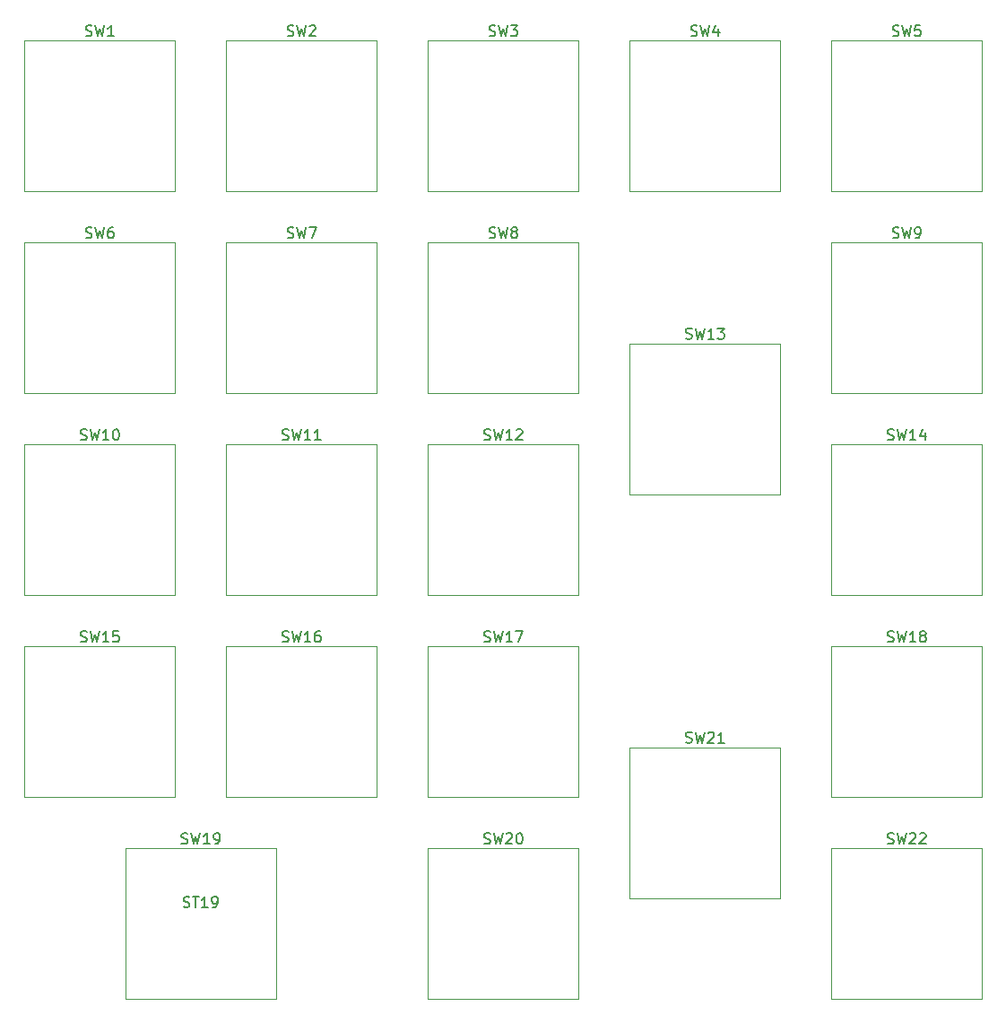
<source format=gbr>
%TF.GenerationSoftware,KiCad,Pcbnew,9.0.5*%
%TF.CreationDate,2025-11-02T15:08:23-08:00*%
%TF.ProjectId,MacroPad,4d616372-6f50-4616-942e-6b696361645f,rev?*%
%TF.SameCoordinates,Original*%
%TF.FileFunction,Legend,Top*%
%TF.FilePolarity,Positive*%
%FSLAX46Y46*%
G04 Gerber Fmt 4.6, Leading zero omitted, Abs format (unit mm)*
G04 Created by KiCad (PCBNEW 9.0.5) date 2025-11-02 15:08:23*
%MOMM*%
%LPD*%
G01*
G04 APERTURE LIST*
%ADD10C,0.150000*%
%ADD11C,0.120000*%
G04 APERTURE END LIST*
D10*
X76585476Y-130807200D02*
X76728333Y-130854819D01*
X76728333Y-130854819D02*
X76966428Y-130854819D01*
X76966428Y-130854819D02*
X77061666Y-130807200D01*
X77061666Y-130807200D02*
X77109285Y-130759580D01*
X77109285Y-130759580D02*
X77156904Y-130664342D01*
X77156904Y-130664342D02*
X77156904Y-130569104D01*
X77156904Y-130569104D02*
X77109285Y-130473866D01*
X77109285Y-130473866D02*
X77061666Y-130426247D01*
X77061666Y-130426247D02*
X76966428Y-130378628D01*
X76966428Y-130378628D02*
X76775952Y-130331009D01*
X76775952Y-130331009D02*
X76680714Y-130283390D01*
X76680714Y-130283390D02*
X76633095Y-130235771D01*
X76633095Y-130235771D02*
X76585476Y-130140533D01*
X76585476Y-130140533D02*
X76585476Y-130045295D01*
X76585476Y-130045295D02*
X76633095Y-129950057D01*
X76633095Y-129950057D02*
X76680714Y-129902438D01*
X76680714Y-129902438D02*
X76775952Y-129854819D01*
X76775952Y-129854819D02*
X77014047Y-129854819D01*
X77014047Y-129854819D02*
X77156904Y-129902438D01*
X77490238Y-129854819D02*
X77728333Y-130854819D01*
X77728333Y-130854819D02*
X77918809Y-130140533D01*
X77918809Y-130140533D02*
X78109285Y-130854819D01*
X78109285Y-130854819D02*
X78347381Y-129854819D01*
X79252142Y-130854819D02*
X78680714Y-130854819D01*
X78966428Y-130854819D02*
X78966428Y-129854819D01*
X78966428Y-129854819D02*
X78871190Y-129997676D01*
X78871190Y-129997676D02*
X78775952Y-130092914D01*
X78775952Y-130092914D02*
X78680714Y-130140533D01*
X80109285Y-129854819D02*
X79918809Y-129854819D01*
X79918809Y-129854819D02*
X79823571Y-129902438D01*
X79823571Y-129902438D02*
X79775952Y-129950057D01*
X79775952Y-129950057D02*
X79680714Y-130092914D01*
X79680714Y-130092914D02*
X79633095Y-130283390D01*
X79633095Y-130283390D02*
X79633095Y-130664342D01*
X79633095Y-130664342D02*
X79680714Y-130759580D01*
X79680714Y-130759580D02*
X79728333Y-130807200D01*
X79728333Y-130807200D02*
X79823571Y-130854819D01*
X79823571Y-130854819D02*
X80014047Y-130854819D01*
X80014047Y-130854819D02*
X80109285Y-130807200D01*
X80109285Y-130807200D02*
X80156904Y-130759580D01*
X80156904Y-130759580D02*
X80204523Y-130664342D01*
X80204523Y-130664342D02*
X80204523Y-130426247D01*
X80204523Y-130426247D02*
X80156904Y-130331009D01*
X80156904Y-130331009D02*
X80109285Y-130283390D01*
X80109285Y-130283390D02*
X80014047Y-130235771D01*
X80014047Y-130235771D02*
X79823571Y-130235771D01*
X79823571Y-130235771D02*
X79728333Y-130283390D01*
X79728333Y-130283390D02*
X79680714Y-130331009D01*
X79680714Y-130331009D02*
X79633095Y-130426247D01*
X67250952Y-155857200D02*
X67393809Y-155904819D01*
X67393809Y-155904819D02*
X67631904Y-155904819D01*
X67631904Y-155904819D02*
X67727142Y-155857200D01*
X67727142Y-155857200D02*
X67774761Y-155809580D01*
X67774761Y-155809580D02*
X67822380Y-155714342D01*
X67822380Y-155714342D02*
X67822380Y-155619104D01*
X67822380Y-155619104D02*
X67774761Y-155523866D01*
X67774761Y-155523866D02*
X67727142Y-155476247D01*
X67727142Y-155476247D02*
X67631904Y-155428628D01*
X67631904Y-155428628D02*
X67441428Y-155381009D01*
X67441428Y-155381009D02*
X67346190Y-155333390D01*
X67346190Y-155333390D02*
X67298571Y-155285771D01*
X67298571Y-155285771D02*
X67250952Y-155190533D01*
X67250952Y-155190533D02*
X67250952Y-155095295D01*
X67250952Y-155095295D02*
X67298571Y-155000057D01*
X67298571Y-155000057D02*
X67346190Y-154952438D01*
X67346190Y-154952438D02*
X67441428Y-154904819D01*
X67441428Y-154904819D02*
X67679523Y-154904819D01*
X67679523Y-154904819D02*
X67822380Y-154952438D01*
X68108095Y-154904819D02*
X68679523Y-154904819D01*
X68393809Y-155904819D02*
X68393809Y-154904819D01*
X69536666Y-155904819D02*
X68965238Y-155904819D01*
X69250952Y-155904819D02*
X69250952Y-154904819D01*
X69250952Y-154904819D02*
X69155714Y-155047676D01*
X69155714Y-155047676D02*
X69060476Y-155142914D01*
X69060476Y-155142914D02*
X68965238Y-155190533D01*
X70012857Y-155904819D02*
X70203333Y-155904819D01*
X70203333Y-155904819D02*
X70298571Y-155857200D01*
X70298571Y-155857200D02*
X70346190Y-155809580D01*
X70346190Y-155809580D02*
X70441428Y-155666723D01*
X70441428Y-155666723D02*
X70489047Y-155476247D01*
X70489047Y-155476247D02*
X70489047Y-155095295D01*
X70489047Y-155095295D02*
X70441428Y-155000057D01*
X70441428Y-155000057D02*
X70393809Y-154952438D01*
X70393809Y-154952438D02*
X70298571Y-154904819D01*
X70298571Y-154904819D02*
X70108095Y-154904819D01*
X70108095Y-154904819D02*
X70012857Y-154952438D01*
X70012857Y-154952438D02*
X69965238Y-155000057D01*
X69965238Y-155000057D02*
X69917619Y-155095295D01*
X69917619Y-155095295D02*
X69917619Y-155333390D01*
X69917619Y-155333390D02*
X69965238Y-155428628D01*
X69965238Y-155428628D02*
X70012857Y-155476247D01*
X70012857Y-155476247D02*
X70108095Y-155523866D01*
X70108095Y-155523866D02*
X70298571Y-155523866D01*
X70298571Y-155523866D02*
X70393809Y-155476247D01*
X70393809Y-155476247D02*
X70441428Y-155428628D01*
X70441428Y-155428628D02*
X70489047Y-155333390D01*
X58011667Y-92707200D02*
X58154524Y-92754819D01*
X58154524Y-92754819D02*
X58392619Y-92754819D01*
X58392619Y-92754819D02*
X58487857Y-92707200D01*
X58487857Y-92707200D02*
X58535476Y-92659580D01*
X58535476Y-92659580D02*
X58583095Y-92564342D01*
X58583095Y-92564342D02*
X58583095Y-92469104D01*
X58583095Y-92469104D02*
X58535476Y-92373866D01*
X58535476Y-92373866D02*
X58487857Y-92326247D01*
X58487857Y-92326247D02*
X58392619Y-92278628D01*
X58392619Y-92278628D02*
X58202143Y-92231009D01*
X58202143Y-92231009D02*
X58106905Y-92183390D01*
X58106905Y-92183390D02*
X58059286Y-92135771D01*
X58059286Y-92135771D02*
X58011667Y-92040533D01*
X58011667Y-92040533D02*
X58011667Y-91945295D01*
X58011667Y-91945295D02*
X58059286Y-91850057D01*
X58059286Y-91850057D02*
X58106905Y-91802438D01*
X58106905Y-91802438D02*
X58202143Y-91754819D01*
X58202143Y-91754819D02*
X58440238Y-91754819D01*
X58440238Y-91754819D02*
X58583095Y-91802438D01*
X58916429Y-91754819D02*
X59154524Y-92754819D01*
X59154524Y-92754819D02*
X59345000Y-92040533D01*
X59345000Y-92040533D02*
X59535476Y-92754819D01*
X59535476Y-92754819D02*
X59773572Y-91754819D01*
X60583095Y-91754819D02*
X60392619Y-91754819D01*
X60392619Y-91754819D02*
X60297381Y-91802438D01*
X60297381Y-91802438D02*
X60249762Y-91850057D01*
X60249762Y-91850057D02*
X60154524Y-91992914D01*
X60154524Y-91992914D02*
X60106905Y-92183390D01*
X60106905Y-92183390D02*
X60106905Y-92564342D01*
X60106905Y-92564342D02*
X60154524Y-92659580D01*
X60154524Y-92659580D02*
X60202143Y-92707200D01*
X60202143Y-92707200D02*
X60297381Y-92754819D01*
X60297381Y-92754819D02*
X60487857Y-92754819D01*
X60487857Y-92754819D02*
X60583095Y-92707200D01*
X60583095Y-92707200D02*
X60630714Y-92659580D01*
X60630714Y-92659580D02*
X60678333Y-92564342D01*
X60678333Y-92564342D02*
X60678333Y-92326247D01*
X60678333Y-92326247D02*
X60630714Y-92231009D01*
X60630714Y-92231009D02*
X60583095Y-92183390D01*
X60583095Y-92183390D02*
X60487857Y-92135771D01*
X60487857Y-92135771D02*
X60297381Y-92135771D01*
X60297381Y-92135771D02*
X60202143Y-92183390D01*
X60202143Y-92183390D02*
X60154524Y-92231009D01*
X60154524Y-92231009D02*
X60106905Y-92326247D01*
X57535476Y-130807200D02*
X57678333Y-130854819D01*
X57678333Y-130854819D02*
X57916428Y-130854819D01*
X57916428Y-130854819D02*
X58011666Y-130807200D01*
X58011666Y-130807200D02*
X58059285Y-130759580D01*
X58059285Y-130759580D02*
X58106904Y-130664342D01*
X58106904Y-130664342D02*
X58106904Y-130569104D01*
X58106904Y-130569104D02*
X58059285Y-130473866D01*
X58059285Y-130473866D02*
X58011666Y-130426247D01*
X58011666Y-130426247D02*
X57916428Y-130378628D01*
X57916428Y-130378628D02*
X57725952Y-130331009D01*
X57725952Y-130331009D02*
X57630714Y-130283390D01*
X57630714Y-130283390D02*
X57583095Y-130235771D01*
X57583095Y-130235771D02*
X57535476Y-130140533D01*
X57535476Y-130140533D02*
X57535476Y-130045295D01*
X57535476Y-130045295D02*
X57583095Y-129950057D01*
X57583095Y-129950057D02*
X57630714Y-129902438D01*
X57630714Y-129902438D02*
X57725952Y-129854819D01*
X57725952Y-129854819D02*
X57964047Y-129854819D01*
X57964047Y-129854819D02*
X58106904Y-129902438D01*
X58440238Y-129854819D02*
X58678333Y-130854819D01*
X58678333Y-130854819D02*
X58868809Y-130140533D01*
X58868809Y-130140533D02*
X59059285Y-130854819D01*
X59059285Y-130854819D02*
X59297381Y-129854819D01*
X60202142Y-130854819D02*
X59630714Y-130854819D01*
X59916428Y-130854819D02*
X59916428Y-129854819D01*
X59916428Y-129854819D02*
X59821190Y-129997676D01*
X59821190Y-129997676D02*
X59725952Y-130092914D01*
X59725952Y-130092914D02*
X59630714Y-130140533D01*
X61106904Y-129854819D02*
X60630714Y-129854819D01*
X60630714Y-129854819D02*
X60583095Y-130331009D01*
X60583095Y-130331009D02*
X60630714Y-130283390D01*
X60630714Y-130283390D02*
X60725952Y-130235771D01*
X60725952Y-130235771D02*
X60964047Y-130235771D01*
X60964047Y-130235771D02*
X61059285Y-130283390D01*
X61059285Y-130283390D02*
X61106904Y-130331009D01*
X61106904Y-130331009D02*
X61154523Y-130426247D01*
X61154523Y-130426247D02*
X61154523Y-130664342D01*
X61154523Y-130664342D02*
X61106904Y-130759580D01*
X61106904Y-130759580D02*
X61059285Y-130807200D01*
X61059285Y-130807200D02*
X60964047Y-130854819D01*
X60964047Y-130854819D02*
X60725952Y-130854819D01*
X60725952Y-130854819D02*
X60630714Y-130807200D01*
X60630714Y-130807200D02*
X60583095Y-130759580D01*
X58011667Y-73657200D02*
X58154524Y-73704819D01*
X58154524Y-73704819D02*
X58392619Y-73704819D01*
X58392619Y-73704819D02*
X58487857Y-73657200D01*
X58487857Y-73657200D02*
X58535476Y-73609580D01*
X58535476Y-73609580D02*
X58583095Y-73514342D01*
X58583095Y-73514342D02*
X58583095Y-73419104D01*
X58583095Y-73419104D02*
X58535476Y-73323866D01*
X58535476Y-73323866D02*
X58487857Y-73276247D01*
X58487857Y-73276247D02*
X58392619Y-73228628D01*
X58392619Y-73228628D02*
X58202143Y-73181009D01*
X58202143Y-73181009D02*
X58106905Y-73133390D01*
X58106905Y-73133390D02*
X58059286Y-73085771D01*
X58059286Y-73085771D02*
X58011667Y-72990533D01*
X58011667Y-72990533D02*
X58011667Y-72895295D01*
X58011667Y-72895295D02*
X58059286Y-72800057D01*
X58059286Y-72800057D02*
X58106905Y-72752438D01*
X58106905Y-72752438D02*
X58202143Y-72704819D01*
X58202143Y-72704819D02*
X58440238Y-72704819D01*
X58440238Y-72704819D02*
X58583095Y-72752438D01*
X58916429Y-72704819D02*
X59154524Y-73704819D01*
X59154524Y-73704819D02*
X59345000Y-72990533D01*
X59345000Y-72990533D02*
X59535476Y-73704819D01*
X59535476Y-73704819D02*
X59773572Y-72704819D01*
X60678333Y-73704819D02*
X60106905Y-73704819D01*
X60392619Y-73704819D02*
X60392619Y-72704819D01*
X60392619Y-72704819D02*
X60297381Y-72847676D01*
X60297381Y-72847676D02*
X60202143Y-72942914D01*
X60202143Y-72942914D02*
X60106905Y-72990533D01*
X95635476Y-111757200D02*
X95778333Y-111804819D01*
X95778333Y-111804819D02*
X96016428Y-111804819D01*
X96016428Y-111804819D02*
X96111666Y-111757200D01*
X96111666Y-111757200D02*
X96159285Y-111709580D01*
X96159285Y-111709580D02*
X96206904Y-111614342D01*
X96206904Y-111614342D02*
X96206904Y-111519104D01*
X96206904Y-111519104D02*
X96159285Y-111423866D01*
X96159285Y-111423866D02*
X96111666Y-111376247D01*
X96111666Y-111376247D02*
X96016428Y-111328628D01*
X96016428Y-111328628D02*
X95825952Y-111281009D01*
X95825952Y-111281009D02*
X95730714Y-111233390D01*
X95730714Y-111233390D02*
X95683095Y-111185771D01*
X95683095Y-111185771D02*
X95635476Y-111090533D01*
X95635476Y-111090533D02*
X95635476Y-110995295D01*
X95635476Y-110995295D02*
X95683095Y-110900057D01*
X95683095Y-110900057D02*
X95730714Y-110852438D01*
X95730714Y-110852438D02*
X95825952Y-110804819D01*
X95825952Y-110804819D02*
X96064047Y-110804819D01*
X96064047Y-110804819D02*
X96206904Y-110852438D01*
X96540238Y-110804819D02*
X96778333Y-111804819D01*
X96778333Y-111804819D02*
X96968809Y-111090533D01*
X96968809Y-111090533D02*
X97159285Y-111804819D01*
X97159285Y-111804819D02*
X97397381Y-110804819D01*
X98302142Y-111804819D02*
X97730714Y-111804819D01*
X98016428Y-111804819D02*
X98016428Y-110804819D01*
X98016428Y-110804819D02*
X97921190Y-110947676D01*
X97921190Y-110947676D02*
X97825952Y-111042914D01*
X97825952Y-111042914D02*
X97730714Y-111090533D01*
X98683095Y-110900057D02*
X98730714Y-110852438D01*
X98730714Y-110852438D02*
X98825952Y-110804819D01*
X98825952Y-110804819D02*
X99064047Y-110804819D01*
X99064047Y-110804819D02*
X99159285Y-110852438D01*
X99159285Y-110852438D02*
X99206904Y-110900057D01*
X99206904Y-110900057D02*
X99254523Y-110995295D01*
X99254523Y-110995295D02*
X99254523Y-111090533D01*
X99254523Y-111090533D02*
X99206904Y-111233390D01*
X99206904Y-111233390D02*
X98635476Y-111804819D01*
X98635476Y-111804819D02*
X99254523Y-111804819D01*
X114685476Y-140332200D02*
X114828333Y-140379819D01*
X114828333Y-140379819D02*
X115066428Y-140379819D01*
X115066428Y-140379819D02*
X115161666Y-140332200D01*
X115161666Y-140332200D02*
X115209285Y-140284580D01*
X115209285Y-140284580D02*
X115256904Y-140189342D01*
X115256904Y-140189342D02*
X115256904Y-140094104D01*
X115256904Y-140094104D02*
X115209285Y-139998866D01*
X115209285Y-139998866D02*
X115161666Y-139951247D01*
X115161666Y-139951247D02*
X115066428Y-139903628D01*
X115066428Y-139903628D02*
X114875952Y-139856009D01*
X114875952Y-139856009D02*
X114780714Y-139808390D01*
X114780714Y-139808390D02*
X114733095Y-139760771D01*
X114733095Y-139760771D02*
X114685476Y-139665533D01*
X114685476Y-139665533D02*
X114685476Y-139570295D01*
X114685476Y-139570295D02*
X114733095Y-139475057D01*
X114733095Y-139475057D02*
X114780714Y-139427438D01*
X114780714Y-139427438D02*
X114875952Y-139379819D01*
X114875952Y-139379819D02*
X115114047Y-139379819D01*
X115114047Y-139379819D02*
X115256904Y-139427438D01*
X115590238Y-139379819D02*
X115828333Y-140379819D01*
X115828333Y-140379819D02*
X116018809Y-139665533D01*
X116018809Y-139665533D02*
X116209285Y-140379819D01*
X116209285Y-140379819D02*
X116447381Y-139379819D01*
X116780714Y-139475057D02*
X116828333Y-139427438D01*
X116828333Y-139427438D02*
X116923571Y-139379819D01*
X116923571Y-139379819D02*
X117161666Y-139379819D01*
X117161666Y-139379819D02*
X117256904Y-139427438D01*
X117256904Y-139427438D02*
X117304523Y-139475057D01*
X117304523Y-139475057D02*
X117352142Y-139570295D01*
X117352142Y-139570295D02*
X117352142Y-139665533D01*
X117352142Y-139665533D02*
X117304523Y-139808390D01*
X117304523Y-139808390D02*
X116733095Y-140379819D01*
X116733095Y-140379819D02*
X117352142Y-140379819D01*
X118304523Y-140379819D02*
X117733095Y-140379819D01*
X118018809Y-140379819D02*
X118018809Y-139379819D01*
X118018809Y-139379819D02*
X117923571Y-139522676D01*
X117923571Y-139522676D02*
X117828333Y-139617914D01*
X117828333Y-139617914D02*
X117733095Y-139665533D01*
X133735476Y-130807200D02*
X133878333Y-130854819D01*
X133878333Y-130854819D02*
X134116428Y-130854819D01*
X134116428Y-130854819D02*
X134211666Y-130807200D01*
X134211666Y-130807200D02*
X134259285Y-130759580D01*
X134259285Y-130759580D02*
X134306904Y-130664342D01*
X134306904Y-130664342D02*
X134306904Y-130569104D01*
X134306904Y-130569104D02*
X134259285Y-130473866D01*
X134259285Y-130473866D02*
X134211666Y-130426247D01*
X134211666Y-130426247D02*
X134116428Y-130378628D01*
X134116428Y-130378628D02*
X133925952Y-130331009D01*
X133925952Y-130331009D02*
X133830714Y-130283390D01*
X133830714Y-130283390D02*
X133783095Y-130235771D01*
X133783095Y-130235771D02*
X133735476Y-130140533D01*
X133735476Y-130140533D02*
X133735476Y-130045295D01*
X133735476Y-130045295D02*
X133783095Y-129950057D01*
X133783095Y-129950057D02*
X133830714Y-129902438D01*
X133830714Y-129902438D02*
X133925952Y-129854819D01*
X133925952Y-129854819D02*
X134164047Y-129854819D01*
X134164047Y-129854819D02*
X134306904Y-129902438D01*
X134640238Y-129854819D02*
X134878333Y-130854819D01*
X134878333Y-130854819D02*
X135068809Y-130140533D01*
X135068809Y-130140533D02*
X135259285Y-130854819D01*
X135259285Y-130854819D02*
X135497381Y-129854819D01*
X136402142Y-130854819D02*
X135830714Y-130854819D01*
X136116428Y-130854819D02*
X136116428Y-129854819D01*
X136116428Y-129854819D02*
X136021190Y-129997676D01*
X136021190Y-129997676D02*
X135925952Y-130092914D01*
X135925952Y-130092914D02*
X135830714Y-130140533D01*
X136973571Y-130283390D02*
X136878333Y-130235771D01*
X136878333Y-130235771D02*
X136830714Y-130188152D01*
X136830714Y-130188152D02*
X136783095Y-130092914D01*
X136783095Y-130092914D02*
X136783095Y-130045295D01*
X136783095Y-130045295D02*
X136830714Y-129950057D01*
X136830714Y-129950057D02*
X136878333Y-129902438D01*
X136878333Y-129902438D02*
X136973571Y-129854819D01*
X136973571Y-129854819D02*
X137164047Y-129854819D01*
X137164047Y-129854819D02*
X137259285Y-129902438D01*
X137259285Y-129902438D02*
X137306904Y-129950057D01*
X137306904Y-129950057D02*
X137354523Y-130045295D01*
X137354523Y-130045295D02*
X137354523Y-130092914D01*
X137354523Y-130092914D02*
X137306904Y-130188152D01*
X137306904Y-130188152D02*
X137259285Y-130235771D01*
X137259285Y-130235771D02*
X137164047Y-130283390D01*
X137164047Y-130283390D02*
X136973571Y-130283390D01*
X136973571Y-130283390D02*
X136878333Y-130331009D01*
X136878333Y-130331009D02*
X136830714Y-130378628D01*
X136830714Y-130378628D02*
X136783095Y-130473866D01*
X136783095Y-130473866D02*
X136783095Y-130664342D01*
X136783095Y-130664342D02*
X136830714Y-130759580D01*
X136830714Y-130759580D02*
X136878333Y-130807200D01*
X136878333Y-130807200D02*
X136973571Y-130854819D01*
X136973571Y-130854819D02*
X137164047Y-130854819D01*
X137164047Y-130854819D02*
X137259285Y-130807200D01*
X137259285Y-130807200D02*
X137306904Y-130759580D01*
X137306904Y-130759580D02*
X137354523Y-130664342D01*
X137354523Y-130664342D02*
X137354523Y-130473866D01*
X137354523Y-130473866D02*
X137306904Y-130378628D01*
X137306904Y-130378628D02*
X137259285Y-130331009D01*
X137259285Y-130331009D02*
X137164047Y-130283390D01*
X77061667Y-73657200D02*
X77204524Y-73704819D01*
X77204524Y-73704819D02*
X77442619Y-73704819D01*
X77442619Y-73704819D02*
X77537857Y-73657200D01*
X77537857Y-73657200D02*
X77585476Y-73609580D01*
X77585476Y-73609580D02*
X77633095Y-73514342D01*
X77633095Y-73514342D02*
X77633095Y-73419104D01*
X77633095Y-73419104D02*
X77585476Y-73323866D01*
X77585476Y-73323866D02*
X77537857Y-73276247D01*
X77537857Y-73276247D02*
X77442619Y-73228628D01*
X77442619Y-73228628D02*
X77252143Y-73181009D01*
X77252143Y-73181009D02*
X77156905Y-73133390D01*
X77156905Y-73133390D02*
X77109286Y-73085771D01*
X77109286Y-73085771D02*
X77061667Y-72990533D01*
X77061667Y-72990533D02*
X77061667Y-72895295D01*
X77061667Y-72895295D02*
X77109286Y-72800057D01*
X77109286Y-72800057D02*
X77156905Y-72752438D01*
X77156905Y-72752438D02*
X77252143Y-72704819D01*
X77252143Y-72704819D02*
X77490238Y-72704819D01*
X77490238Y-72704819D02*
X77633095Y-72752438D01*
X77966429Y-72704819D02*
X78204524Y-73704819D01*
X78204524Y-73704819D02*
X78395000Y-72990533D01*
X78395000Y-72990533D02*
X78585476Y-73704819D01*
X78585476Y-73704819D02*
X78823572Y-72704819D01*
X79156905Y-72800057D02*
X79204524Y-72752438D01*
X79204524Y-72752438D02*
X79299762Y-72704819D01*
X79299762Y-72704819D02*
X79537857Y-72704819D01*
X79537857Y-72704819D02*
X79633095Y-72752438D01*
X79633095Y-72752438D02*
X79680714Y-72800057D01*
X79680714Y-72800057D02*
X79728333Y-72895295D01*
X79728333Y-72895295D02*
X79728333Y-72990533D01*
X79728333Y-72990533D02*
X79680714Y-73133390D01*
X79680714Y-73133390D02*
X79109286Y-73704819D01*
X79109286Y-73704819D02*
X79728333Y-73704819D01*
X67060476Y-149857200D02*
X67203333Y-149904819D01*
X67203333Y-149904819D02*
X67441428Y-149904819D01*
X67441428Y-149904819D02*
X67536666Y-149857200D01*
X67536666Y-149857200D02*
X67584285Y-149809580D01*
X67584285Y-149809580D02*
X67631904Y-149714342D01*
X67631904Y-149714342D02*
X67631904Y-149619104D01*
X67631904Y-149619104D02*
X67584285Y-149523866D01*
X67584285Y-149523866D02*
X67536666Y-149476247D01*
X67536666Y-149476247D02*
X67441428Y-149428628D01*
X67441428Y-149428628D02*
X67250952Y-149381009D01*
X67250952Y-149381009D02*
X67155714Y-149333390D01*
X67155714Y-149333390D02*
X67108095Y-149285771D01*
X67108095Y-149285771D02*
X67060476Y-149190533D01*
X67060476Y-149190533D02*
X67060476Y-149095295D01*
X67060476Y-149095295D02*
X67108095Y-149000057D01*
X67108095Y-149000057D02*
X67155714Y-148952438D01*
X67155714Y-148952438D02*
X67250952Y-148904819D01*
X67250952Y-148904819D02*
X67489047Y-148904819D01*
X67489047Y-148904819D02*
X67631904Y-148952438D01*
X67965238Y-148904819D02*
X68203333Y-149904819D01*
X68203333Y-149904819D02*
X68393809Y-149190533D01*
X68393809Y-149190533D02*
X68584285Y-149904819D01*
X68584285Y-149904819D02*
X68822381Y-148904819D01*
X69727142Y-149904819D02*
X69155714Y-149904819D01*
X69441428Y-149904819D02*
X69441428Y-148904819D01*
X69441428Y-148904819D02*
X69346190Y-149047676D01*
X69346190Y-149047676D02*
X69250952Y-149142914D01*
X69250952Y-149142914D02*
X69155714Y-149190533D01*
X70203333Y-149904819D02*
X70393809Y-149904819D01*
X70393809Y-149904819D02*
X70489047Y-149857200D01*
X70489047Y-149857200D02*
X70536666Y-149809580D01*
X70536666Y-149809580D02*
X70631904Y-149666723D01*
X70631904Y-149666723D02*
X70679523Y-149476247D01*
X70679523Y-149476247D02*
X70679523Y-149095295D01*
X70679523Y-149095295D02*
X70631904Y-149000057D01*
X70631904Y-149000057D02*
X70584285Y-148952438D01*
X70584285Y-148952438D02*
X70489047Y-148904819D01*
X70489047Y-148904819D02*
X70298571Y-148904819D01*
X70298571Y-148904819D02*
X70203333Y-148952438D01*
X70203333Y-148952438D02*
X70155714Y-149000057D01*
X70155714Y-149000057D02*
X70108095Y-149095295D01*
X70108095Y-149095295D02*
X70108095Y-149333390D01*
X70108095Y-149333390D02*
X70155714Y-149428628D01*
X70155714Y-149428628D02*
X70203333Y-149476247D01*
X70203333Y-149476247D02*
X70298571Y-149523866D01*
X70298571Y-149523866D02*
X70489047Y-149523866D01*
X70489047Y-149523866D02*
X70584285Y-149476247D01*
X70584285Y-149476247D02*
X70631904Y-149428628D01*
X70631904Y-149428628D02*
X70679523Y-149333390D01*
X95635476Y-130807200D02*
X95778333Y-130854819D01*
X95778333Y-130854819D02*
X96016428Y-130854819D01*
X96016428Y-130854819D02*
X96111666Y-130807200D01*
X96111666Y-130807200D02*
X96159285Y-130759580D01*
X96159285Y-130759580D02*
X96206904Y-130664342D01*
X96206904Y-130664342D02*
X96206904Y-130569104D01*
X96206904Y-130569104D02*
X96159285Y-130473866D01*
X96159285Y-130473866D02*
X96111666Y-130426247D01*
X96111666Y-130426247D02*
X96016428Y-130378628D01*
X96016428Y-130378628D02*
X95825952Y-130331009D01*
X95825952Y-130331009D02*
X95730714Y-130283390D01*
X95730714Y-130283390D02*
X95683095Y-130235771D01*
X95683095Y-130235771D02*
X95635476Y-130140533D01*
X95635476Y-130140533D02*
X95635476Y-130045295D01*
X95635476Y-130045295D02*
X95683095Y-129950057D01*
X95683095Y-129950057D02*
X95730714Y-129902438D01*
X95730714Y-129902438D02*
X95825952Y-129854819D01*
X95825952Y-129854819D02*
X96064047Y-129854819D01*
X96064047Y-129854819D02*
X96206904Y-129902438D01*
X96540238Y-129854819D02*
X96778333Y-130854819D01*
X96778333Y-130854819D02*
X96968809Y-130140533D01*
X96968809Y-130140533D02*
X97159285Y-130854819D01*
X97159285Y-130854819D02*
X97397381Y-129854819D01*
X98302142Y-130854819D02*
X97730714Y-130854819D01*
X98016428Y-130854819D02*
X98016428Y-129854819D01*
X98016428Y-129854819D02*
X97921190Y-129997676D01*
X97921190Y-129997676D02*
X97825952Y-130092914D01*
X97825952Y-130092914D02*
X97730714Y-130140533D01*
X98635476Y-129854819D02*
X99302142Y-129854819D01*
X99302142Y-129854819D02*
X98873571Y-130854819D01*
X134211667Y-73657200D02*
X134354524Y-73704819D01*
X134354524Y-73704819D02*
X134592619Y-73704819D01*
X134592619Y-73704819D02*
X134687857Y-73657200D01*
X134687857Y-73657200D02*
X134735476Y-73609580D01*
X134735476Y-73609580D02*
X134783095Y-73514342D01*
X134783095Y-73514342D02*
X134783095Y-73419104D01*
X134783095Y-73419104D02*
X134735476Y-73323866D01*
X134735476Y-73323866D02*
X134687857Y-73276247D01*
X134687857Y-73276247D02*
X134592619Y-73228628D01*
X134592619Y-73228628D02*
X134402143Y-73181009D01*
X134402143Y-73181009D02*
X134306905Y-73133390D01*
X134306905Y-73133390D02*
X134259286Y-73085771D01*
X134259286Y-73085771D02*
X134211667Y-72990533D01*
X134211667Y-72990533D02*
X134211667Y-72895295D01*
X134211667Y-72895295D02*
X134259286Y-72800057D01*
X134259286Y-72800057D02*
X134306905Y-72752438D01*
X134306905Y-72752438D02*
X134402143Y-72704819D01*
X134402143Y-72704819D02*
X134640238Y-72704819D01*
X134640238Y-72704819D02*
X134783095Y-72752438D01*
X135116429Y-72704819D02*
X135354524Y-73704819D01*
X135354524Y-73704819D02*
X135545000Y-72990533D01*
X135545000Y-72990533D02*
X135735476Y-73704819D01*
X135735476Y-73704819D02*
X135973572Y-72704819D01*
X136830714Y-72704819D02*
X136354524Y-72704819D01*
X136354524Y-72704819D02*
X136306905Y-73181009D01*
X136306905Y-73181009D02*
X136354524Y-73133390D01*
X136354524Y-73133390D02*
X136449762Y-73085771D01*
X136449762Y-73085771D02*
X136687857Y-73085771D01*
X136687857Y-73085771D02*
X136783095Y-73133390D01*
X136783095Y-73133390D02*
X136830714Y-73181009D01*
X136830714Y-73181009D02*
X136878333Y-73276247D01*
X136878333Y-73276247D02*
X136878333Y-73514342D01*
X136878333Y-73514342D02*
X136830714Y-73609580D01*
X136830714Y-73609580D02*
X136783095Y-73657200D01*
X136783095Y-73657200D02*
X136687857Y-73704819D01*
X136687857Y-73704819D02*
X136449762Y-73704819D01*
X136449762Y-73704819D02*
X136354524Y-73657200D01*
X136354524Y-73657200D02*
X136306905Y-73609580D01*
X76585476Y-111757200D02*
X76728333Y-111804819D01*
X76728333Y-111804819D02*
X76966428Y-111804819D01*
X76966428Y-111804819D02*
X77061666Y-111757200D01*
X77061666Y-111757200D02*
X77109285Y-111709580D01*
X77109285Y-111709580D02*
X77156904Y-111614342D01*
X77156904Y-111614342D02*
X77156904Y-111519104D01*
X77156904Y-111519104D02*
X77109285Y-111423866D01*
X77109285Y-111423866D02*
X77061666Y-111376247D01*
X77061666Y-111376247D02*
X76966428Y-111328628D01*
X76966428Y-111328628D02*
X76775952Y-111281009D01*
X76775952Y-111281009D02*
X76680714Y-111233390D01*
X76680714Y-111233390D02*
X76633095Y-111185771D01*
X76633095Y-111185771D02*
X76585476Y-111090533D01*
X76585476Y-111090533D02*
X76585476Y-110995295D01*
X76585476Y-110995295D02*
X76633095Y-110900057D01*
X76633095Y-110900057D02*
X76680714Y-110852438D01*
X76680714Y-110852438D02*
X76775952Y-110804819D01*
X76775952Y-110804819D02*
X77014047Y-110804819D01*
X77014047Y-110804819D02*
X77156904Y-110852438D01*
X77490238Y-110804819D02*
X77728333Y-111804819D01*
X77728333Y-111804819D02*
X77918809Y-111090533D01*
X77918809Y-111090533D02*
X78109285Y-111804819D01*
X78109285Y-111804819D02*
X78347381Y-110804819D01*
X79252142Y-111804819D02*
X78680714Y-111804819D01*
X78966428Y-111804819D02*
X78966428Y-110804819D01*
X78966428Y-110804819D02*
X78871190Y-110947676D01*
X78871190Y-110947676D02*
X78775952Y-111042914D01*
X78775952Y-111042914D02*
X78680714Y-111090533D01*
X80204523Y-111804819D02*
X79633095Y-111804819D01*
X79918809Y-111804819D02*
X79918809Y-110804819D01*
X79918809Y-110804819D02*
X79823571Y-110947676D01*
X79823571Y-110947676D02*
X79728333Y-111042914D01*
X79728333Y-111042914D02*
X79633095Y-111090533D01*
X77061667Y-92707200D02*
X77204524Y-92754819D01*
X77204524Y-92754819D02*
X77442619Y-92754819D01*
X77442619Y-92754819D02*
X77537857Y-92707200D01*
X77537857Y-92707200D02*
X77585476Y-92659580D01*
X77585476Y-92659580D02*
X77633095Y-92564342D01*
X77633095Y-92564342D02*
X77633095Y-92469104D01*
X77633095Y-92469104D02*
X77585476Y-92373866D01*
X77585476Y-92373866D02*
X77537857Y-92326247D01*
X77537857Y-92326247D02*
X77442619Y-92278628D01*
X77442619Y-92278628D02*
X77252143Y-92231009D01*
X77252143Y-92231009D02*
X77156905Y-92183390D01*
X77156905Y-92183390D02*
X77109286Y-92135771D01*
X77109286Y-92135771D02*
X77061667Y-92040533D01*
X77061667Y-92040533D02*
X77061667Y-91945295D01*
X77061667Y-91945295D02*
X77109286Y-91850057D01*
X77109286Y-91850057D02*
X77156905Y-91802438D01*
X77156905Y-91802438D02*
X77252143Y-91754819D01*
X77252143Y-91754819D02*
X77490238Y-91754819D01*
X77490238Y-91754819D02*
X77633095Y-91802438D01*
X77966429Y-91754819D02*
X78204524Y-92754819D01*
X78204524Y-92754819D02*
X78395000Y-92040533D01*
X78395000Y-92040533D02*
X78585476Y-92754819D01*
X78585476Y-92754819D02*
X78823572Y-91754819D01*
X79109286Y-91754819D02*
X79775952Y-91754819D01*
X79775952Y-91754819D02*
X79347381Y-92754819D01*
X115161667Y-73657200D02*
X115304524Y-73704819D01*
X115304524Y-73704819D02*
X115542619Y-73704819D01*
X115542619Y-73704819D02*
X115637857Y-73657200D01*
X115637857Y-73657200D02*
X115685476Y-73609580D01*
X115685476Y-73609580D02*
X115733095Y-73514342D01*
X115733095Y-73514342D02*
X115733095Y-73419104D01*
X115733095Y-73419104D02*
X115685476Y-73323866D01*
X115685476Y-73323866D02*
X115637857Y-73276247D01*
X115637857Y-73276247D02*
X115542619Y-73228628D01*
X115542619Y-73228628D02*
X115352143Y-73181009D01*
X115352143Y-73181009D02*
X115256905Y-73133390D01*
X115256905Y-73133390D02*
X115209286Y-73085771D01*
X115209286Y-73085771D02*
X115161667Y-72990533D01*
X115161667Y-72990533D02*
X115161667Y-72895295D01*
X115161667Y-72895295D02*
X115209286Y-72800057D01*
X115209286Y-72800057D02*
X115256905Y-72752438D01*
X115256905Y-72752438D02*
X115352143Y-72704819D01*
X115352143Y-72704819D02*
X115590238Y-72704819D01*
X115590238Y-72704819D02*
X115733095Y-72752438D01*
X116066429Y-72704819D02*
X116304524Y-73704819D01*
X116304524Y-73704819D02*
X116495000Y-72990533D01*
X116495000Y-72990533D02*
X116685476Y-73704819D01*
X116685476Y-73704819D02*
X116923572Y-72704819D01*
X117733095Y-73038152D02*
X117733095Y-73704819D01*
X117495000Y-72657200D02*
X117256905Y-73371485D01*
X117256905Y-73371485D02*
X117875952Y-73371485D01*
X57535476Y-111757200D02*
X57678333Y-111804819D01*
X57678333Y-111804819D02*
X57916428Y-111804819D01*
X57916428Y-111804819D02*
X58011666Y-111757200D01*
X58011666Y-111757200D02*
X58059285Y-111709580D01*
X58059285Y-111709580D02*
X58106904Y-111614342D01*
X58106904Y-111614342D02*
X58106904Y-111519104D01*
X58106904Y-111519104D02*
X58059285Y-111423866D01*
X58059285Y-111423866D02*
X58011666Y-111376247D01*
X58011666Y-111376247D02*
X57916428Y-111328628D01*
X57916428Y-111328628D02*
X57725952Y-111281009D01*
X57725952Y-111281009D02*
X57630714Y-111233390D01*
X57630714Y-111233390D02*
X57583095Y-111185771D01*
X57583095Y-111185771D02*
X57535476Y-111090533D01*
X57535476Y-111090533D02*
X57535476Y-110995295D01*
X57535476Y-110995295D02*
X57583095Y-110900057D01*
X57583095Y-110900057D02*
X57630714Y-110852438D01*
X57630714Y-110852438D02*
X57725952Y-110804819D01*
X57725952Y-110804819D02*
X57964047Y-110804819D01*
X57964047Y-110804819D02*
X58106904Y-110852438D01*
X58440238Y-110804819D02*
X58678333Y-111804819D01*
X58678333Y-111804819D02*
X58868809Y-111090533D01*
X58868809Y-111090533D02*
X59059285Y-111804819D01*
X59059285Y-111804819D02*
X59297381Y-110804819D01*
X60202142Y-111804819D02*
X59630714Y-111804819D01*
X59916428Y-111804819D02*
X59916428Y-110804819D01*
X59916428Y-110804819D02*
X59821190Y-110947676D01*
X59821190Y-110947676D02*
X59725952Y-111042914D01*
X59725952Y-111042914D02*
X59630714Y-111090533D01*
X60821190Y-110804819D02*
X60916428Y-110804819D01*
X60916428Y-110804819D02*
X61011666Y-110852438D01*
X61011666Y-110852438D02*
X61059285Y-110900057D01*
X61059285Y-110900057D02*
X61106904Y-110995295D01*
X61106904Y-110995295D02*
X61154523Y-111185771D01*
X61154523Y-111185771D02*
X61154523Y-111423866D01*
X61154523Y-111423866D02*
X61106904Y-111614342D01*
X61106904Y-111614342D02*
X61059285Y-111709580D01*
X61059285Y-111709580D02*
X61011666Y-111757200D01*
X61011666Y-111757200D02*
X60916428Y-111804819D01*
X60916428Y-111804819D02*
X60821190Y-111804819D01*
X60821190Y-111804819D02*
X60725952Y-111757200D01*
X60725952Y-111757200D02*
X60678333Y-111709580D01*
X60678333Y-111709580D02*
X60630714Y-111614342D01*
X60630714Y-111614342D02*
X60583095Y-111423866D01*
X60583095Y-111423866D02*
X60583095Y-111185771D01*
X60583095Y-111185771D02*
X60630714Y-110995295D01*
X60630714Y-110995295D02*
X60678333Y-110900057D01*
X60678333Y-110900057D02*
X60725952Y-110852438D01*
X60725952Y-110852438D02*
X60821190Y-110804819D01*
X133735476Y-111757200D02*
X133878333Y-111804819D01*
X133878333Y-111804819D02*
X134116428Y-111804819D01*
X134116428Y-111804819D02*
X134211666Y-111757200D01*
X134211666Y-111757200D02*
X134259285Y-111709580D01*
X134259285Y-111709580D02*
X134306904Y-111614342D01*
X134306904Y-111614342D02*
X134306904Y-111519104D01*
X134306904Y-111519104D02*
X134259285Y-111423866D01*
X134259285Y-111423866D02*
X134211666Y-111376247D01*
X134211666Y-111376247D02*
X134116428Y-111328628D01*
X134116428Y-111328628D02*
X133925952Y-111281009D01*
X133925952Y-111281009D02*
X133830714Y-111233390D01*
X133830714Y-111233390D02*
X133783095Y-111185771D01*
X133783095Y-111185771D02*
X133735476Y-111090533D01*
X133735476Y-111090533D02*
X133735476Y-110995295D01*
X133735476Y-110995295D02*
X133783095Y-110900057D01*
X133783095Y-110900057D02*
X133830714Y-110852438D01*
X133830714Y-110852438D02*
X133925952Y-110804819D01*
X133925952Y-110804819D02*
X134164047Y-110804819D01*
X134164047Y-110804819D02*
X134306904Y-110852438D01*
X134640238Y-110804819D02*
X134878333Y-111804819D01*
X134878333Y-111804819D02*
X135068809Y-111090533D01*
X135068809Y-111090533D02*
X135259285Y-111804819D01*
X135259285Y-111804819D02*
X135497381Y-110804819D01*
X136402142Y-111804819D02*
X135830714Y-111804819D01*
X136116428Y-111804819D02*
X136116428Y-110804819D01*
X136116428Y-110804819D02*
X136021190Y-110947676D01*
X136021190Y-110947676D02*
X135925952Y-111042914D01*
X135925952Y-111042914D02*
X135830714Y-111090533D01*
X137259285Y-111138152D02*
X137259285Y-111804819D01*
X137021190Y-110757200D02*
X136783095Y-111471485D01*
X136783095Y-111471485D02*
X137402142Y-111471485D01*
X114685476Y-102232200D02*
X114828333Y-102279819D01*
X114828333Y-102279819D02*
X115066428Y-102279819D01*
X115066428Y-102279819D02*
X115161666Y-102232200D01*
X115161666Y-102232200D02*
X115209285Y-102184580D01*
X115209285Y-102184580D02*
X115256904Y-102089342D01*
X115256904Y-102089342D02*
X115256904Y-101994104D01*
X115256904Y-101994104D02*
X115209285Y-101898866D01*
X115209285Y-101898866D02*
X115161666Y-101851247D01*
X115161666Y-101851247D02*
X115066428Y-101803628D01*
X115066428Y-101803628D02*
X114875952Y-101756009D01*
X114875952Y-101756009D02*
X114780714Y-101708390D01*
X114780714Y-101708390D02*
X114733095Y-101660771D01*
X114733095Y-101660771D02*
X114685476Y-101565533D01*
X114685476Y-101565533D02*
X114685476Y-101470295D01*
X114685476Y-101470295D02*
X114733095Y-101375057D01*
X114733095Y-101375057D02*
X114780714Y-101327438D01*
X114780714Y-101327438D02*
X114875952Y-101279819D01*
X114875952Y-101279819D02*
X115114047Y-101279819D01*
X115114047Y-101279819D02*
X115256904Y-101327438D01*
X115590238Y-101279819D02*
X115828333Y-102279819D01*
X115828333Y-102279819D02*
X116018809Y-101565533D01*
X116018809Y-101565533D02*
X116209285Y-102279819D01*
X116209285Y-102279819D02*
X116447381Y-101279819D01*
X117352142Y-102279819D02*
X116780714Y-102279819D01*
X117066428Y-102279819D02*
X117066428Y-101279819D01*
X117066428Y-101279819D02*
X116971190Y-101422676D01*
X116971190Y-101422676D02*
X116875952Y-101517914D01*
X116875952Y-101517914D02*
X116780714Y-101565533D01*
X117685476Y-101279819D02*
X118304523Y-101279819D01*
X118304523Y-101279819D02*
X117971190Y-101660771D01*
X117971190Y-101660771D02*
X118114047Y-101660771D01*
X118114047Y-101660771D02*
X118209285Y-101708390D01*
X118209285Y-101708390D02*
X118256904Y-101756009D01*
X118256904Y-101756009D02*
X118304523Y-101851247D01*
X118304523Y-101851247D02*
X118304523Y-102089342D01*
X118304523Y-102089342D02*
X118256904Y-102184580D01*
X118256904Y-102184580D02*
X118209285Y-102232200D01*
X118209285Y-102232200D02*
X118114047Y-102279819D01*
X118114047Y-102279819D02*
X117828333Y-102279819D01*
X117828333Y-102279819D02*
X117733095Y-102232200D01*
X117733095Y-102232200D02*
X117685476Y-102184580D01*
X96111667Y-73657200D02*
X96254524Y-73704819D01*
X96254524Y-73704819D02*
X96492619Y-73704819D01*
X96492619Y-73704819D02*
X96587857Y-73657200D01*
X96587857Y-73657200D02*
X96635476Y-73609580D01*
X96635476Y-73609580D02*
X96683095Y-73514342D01*
X96683095Y-73514342D02*
X96683095Y-73419104D01*
X96683095Y-73419104D02*
X96635476Y-73323866D01*
X96635476Y-73323866D02*
X96587857Y-73276247D01*
X96587857Y-73276247D02*
X96492619Y-73228628D01*
X96492619Y-73228628D02*
X96302143Y-73181009D01*
X96302143Y-73181009D02*
X96206905Y-73133390D01*
X96206905Y-73133390D02*
X96159286Y-73085771D01*
X96159286Y-73085771D02*
X96111667Y-72990533D01*
X96111667Y-72990533D02*
X96111667Y-72895295D01*
X96111667Y-72895295D02*
X96159286Y-72800057D01*
X96159286Y-72800057D02*
X96206905Y-72752438D01*
X96206905Y-72752438D02*
X96302143Y-72704819D01*
X96302143Y-72704819D02*
X96540238Y-72704819D01*
X96540238Y-72704819D02*
X96683095Y-72752438D01*
X97016429Y-72704819D02*
X97254524Y-73704819D01*
X97254524Y-73704819D02*
X97445000Y-72990533D01*
X97445000Y-72990533D02*
X97635476Y-73704819D01*
X97635476Y-73704819D02*
X97873572Y-72704819D01*
X98159286Y-72704819D02*
X98778333Y-72704819D01*
X98778333Y-72704819D02*
X98445000Y-73085771D01*
X98445000Y-73085771D02*
X98587857Y-73085771D01*
X98587857Y-73085771D02*
X98683095Y-73133390D01*
X98683095Y-73133390D02*
X98730714Y-73181009D01*
X98730714Y-73181009D02*
X98778333Y-73276247D01*
X98778333Y-73276247D02*
X98778333Y-73514342D01*
X98778333Y-73514342D02*
X98730714Y-73609580D01*
X98730714Y-73609580D02*
X98683095Y-73657200D01*
X98683095Y-73657200D02*
X98587857Y-73704819D01*
X98587857Y-73704819D02*
X98302143Y-73704819D01*
X98302143Y-73704819D02*
X98206905Y-73657200D01*
X98206905Y-73657200D02*
X98159286Y-73609580D01*
X95635476Y-149857200D02*
X95778333Y-149904819D01*
X95778333Y-149904819D02*
X96016428Y-149904819D01*
X96016428Y-149904819D02*
X96111666Y-149857200D01*
X96111666Y-149857200D02*
X96159285Y-149809580D01*
X96159285Y-149809580D02*
X96206904Y-149714342D01*
X96206904Y-149714342D02*
X96206904Y-149619104D01*
X96206904Y-149619104D02*
X96159285Y-149523866D01*
X96159285Y-149523866D02*
X96111666Y-149476247D01*
X96111666Y-149476247D02*
X96016428Y-149428628D01*
X96016428Y-149428628D02*
X95825952Y-149381009D01*
X95825952Y-149381009D02*
X95730714Y-149333390D01*
X95730714Y-149333390D02*
X95683095Y-149285771D01*
X95683095Y-149285771D02*
X95635476Y-149190533D01*
X95635476Y-149190533D02*
X95635476Y-149095295D01*
X95635476Y-149095295D02*
X95683095Y-149000057D01*
X95683095Y-149000057D02*
X95730714Y-148952438D01*
X95730714Y-148952438D02*
X95825952Y-148904819D01*
X95825952Y-148904819D02*
X96064047Y-148904819D01*
X96064047Y-148904819D02*
X96206904Y-148952438D01*
X96540238Y-148904819D02*
X96778333Y-149904819D01*
X96778333Y-149904819D02*
X96968809Y-149190533D01*
X96968809Y-149190533D02*
X97159285Y-149904819D01*
X97159285Y-149904819D02*
X97397381Y-148904819D01*
X97730714Y-149000057D02*
X97778333Y-148952438D01*
X97778333Y-148952438D02*
X97873571Y-148904819D01*
X97873571Y-148904819D02*
X98111666Y-148904819D01*
X98111666Y-148904819D02*
X98206904Y-148952438D01*
X98206904Y-148952438D02*
X98254523Y-149000057D01*
X98254523Y-149000057D02*
X98302142Y-149095295D01*
X98302142Y-149095295D02*
X98302142Y-149190533D01*
X98302142Y-149190533D02*
X98254523Y-149333390D01*
X98254523Y-149333390D02*
X97683095Y-149904819D01*
X97683095Y-149904819D02*
X98302142Y-149904819D01*
X98921190Y-148904819D02*
X99016428Y-148904819D01*
X99016428Y-148904819D02*
X99111666Y-148952438D01*
X99111666Y-148952438D02*
X99159285Y-149000057D01*
X99159285Y-149000057D02*
X99206904Y-149095295D01*
X99206904Y-149095295D02*
X99254523Y-149285771D01*
X99254523Y-149285771D02*
X99254523Y-149523866D01*
X99254523Y-149523866D02*
X99206904Y-149714342D01*
X99206904Y-149714342D02*
X99159285Y-149809580D01*
X99159285Y-149809580D02*
X99111666Y-149857200D01*
X99111666Y-149857200D02*
X99016428Y-149904819D01*
X99016428Y-149904819D02*
X98921190Y-149904819D01*
X98921190Y-149904819D02*
X98825952Y-149857200D01*
X98825952Y-149857200D02*
X98778333Y-149809580D01*
X98778333Y-149809580D02*
X98730714Y-149714342D01*
X98730714Y-149714342D02*
X98683095Y-149523866D01*
X98683095Y-149523866D02*
X98683095Y-149285771D01*
X98683095Y-149285771D02*
X98730714Y-149095295D01*
X98730714Y-149095295D02*
X98778333Y-149000057D01*
X98778333Y-149000057D02*
X98825952Y-148952438D01*
X98825952Y-148952438D02*
X98921190Y-148904819D01*
X96111667Y-92707200D02*
X96254524Y-92754819D01*
X96254524Y-92754819D02*
X96492619Y-92754819D01*
X96492619Y-92754819D02*
X96587857Y-92707200D01*
X96587857Y-92707200D02*
X96635476Y-92659580D01*
X96635476Y-92659580D02*
X96683095Y-92564342D01*
X96683095Y-92564342D02*
X96683095Y-92469104D01*
X96683095Y-92469104D02*
X96635476Y-92373866D01*
X96635476Y-92373866D02*
X96587857Y-92326247D01*
X96587857Y-92326247D02*
X96492619Y-92278628D01*
X96492619Y-92278628D02*
X96302143Y-92231009D01*
X96302143Y-92231009D02*
X96206905Y-92183390D01*
X96206905Y-92183390D02*
X96159286Y-92135771D01*
X96159286Y-92135771D02*
X96111667Y-92040533D01*
X96111667Y-92040533D02*
X96111667Y-91945295D01*
X96111667Y-91945295D02*
X96159286Y-91850057D01*
X96159286Y-91850057D02*
X96206905Y-91802438D01*
X96206905Y-91802438D02*
X96302143Y-91754819D01*
X96302143Y-91754819D02*
X96540238Y-91754819D01*
X96540238Y-91754819D02*
X96683095Y-91802438D01*
X97016429Y-91754819D02*
X97254524Y-92754819D01*
X97254524Y-92754819D02*
X97445000Y-92040533D01*
X97445000Y-92040533D02*
X97635476Y-92754819D01*
X97635476Y-92754819D02*
X97873572Y-91754819D01*
X98397381Y-92183390D02*
X98302143Y-92135771D01*
X98302143Y-92135771D02*
X98254524Y-92088152D01*
X98254524Y-92088152D02*
X98206905Y-91992914D01*
X98206905Y-91992914D02*
X98206905Y-91945295D01*
X98206905Y-91945295D02*
X98254524Y-91850057D01*
X98254524Y-91850057D02*
X98302143Y-91802438D01*
X98302143Y-91802438D02*
X98397381Y-91754819D01*
X98397381Y-91754819D02*
X98587857Y-91754819D01*
X98587857Y-91754819D02*
X98683095Y-91802438D01*
X98683095Y-91802438D02*
X98730714Y-91850057D01*
X98730714Y-91850057D02*
X98778333Y-91945295D01*
X98778333Y-91945295D02*
X98778333Y-91992914D01*
X98778333Y-91992914D02*
X98730714Y-92088152D01*
X98730714Y-92088152D02*
X98683095Y-92135771D01*
X98683095Y-92135771D02*
X98587857Y-92183390D01*
X98587857Y-92183390D02*
X98397381Y-92183390D01*
X98397381Y-92183390D02*
X98302143Y-92231009D01*
X98302143Y-92231009D02*
X98254524Y-92278628D01*
X98254524Y-92278628D02*
X98206905Y-92373866D01*
X98206905Y-92373866D02*
X98206905Y-92564342D01*
X98206905Y-92564342D02*
X98254524Y-92659580D01*
X98254524Y-92659580D02*
X98302143Y-92707200D01*
X98302143Y-92707200D02*
X98397381Y-92754819D01*
X98397381Y-92754819D02*
X98587857Y-92754819D01*
X98587857Y-92754819D02*
X98683095Y-92707200D01*
X98683095Y-92707200D02*
X98730714Y-92659580D01*
X98730714Y-92659580D02*
X98778333Y-92564342D01*
X98778333Y-92564342D02*
X98778333Y-92373866D01*
X98778333Y-92373866D02*
X98730714Y-92278628D01*
X98730714Y-92278628D02*
X98683095Y-92231009D01*
X98683095Y-92231009D02*
X98587857Y-92183390D01*
X133735476Y-149857200D02*
X133878333Y-149904819D01*
X133878333Y-149904819D02*
X134116428Y-149904819D01*
X134116428Y-149904819D02*
X134211666Y-149857200D01*
X134211666Y-149857200D02*
X134259285Y-149809580D01*
X134259285Y-149809580D02*
X134306904Y-149714342D01*
X134306904Y-149714342D02*
X134306904Y-149619104D01*
X134306904Y-149619104D02*
X134259285Y-149523866D01*
X134259285Y-149523866D02*
X134211666Y-149476247D01*
X134211666Y-149476247D02*
X134116428Y-149428628D01*
X134116428Y-149428628D02*
X133925952Y-149381009D01*
X133925952Y-149381009D02*
X133830714Y-149333390D01*
X133830714Y-149333390D02*
X133783095Y-149285771D01*
X133783095Y-149285771D02*
X133735476Y-149190533D01*
X133735476Y-149190533D02*
X133735476Y-149095295D01*
X133735476Y-149095295D02*
X133783095Y-149000057D01*
X133783095Y-149000057D02*
X133830714Y-148952438D01*
X133830714Y-148952438D02*
X133925952Y-148904819D01*
X133925952Y-148904819D02*
X134164047Y-148904819D01*
X134164047Y-148904819D02*
X134306904Y-148952438D01*
X134640238Y-148904819D02*
X134878333Y-149904819D01*
X134878333Y-149904819D02*
X135068809Y-149190533D01*
X135068809Y-149190533D02*
X135259285Y-149904819D01*
X135259285Y-149904819D02*
X135497381Y-148904819D01*
X135830714Y-149000057D02*
X135878333Y-148952438D01*
X135878333Y-148952438D02*
X135973571Y-148904819D01*
X135973571Y-148904819D02*
X136211666Y-148904819D01*
X136211666Y-148904819D02*
X136306904Y-148952438D01*
X136306904Y-148952438D02*
X136354523Y-149000057D01*
X136354523Y-149000057D02*
X136402142Y-149095295D01*
X136402142Y-149095295D02*
X136402142Y-149190533D01*
X136402142Y-149190533D02*
X136354523Y-149333390D01*
X136354523Y-149333390D02*
X135783095Y-149904819D01*
X135783095Y-149904819D02*
X136402142Y-149904819D01*
X136783095Y-149000057D02*
X136830714Y-148952438D01*
X136830714Y-148952438D02*
X136925952Y-148904819D01*
X136925952Y-148904819D02*
X137164047Y-148904819D01*
X137164047Y-148904819D02*
X137259285Y-148952438D01*
X137259285Y-148952438D02*
X137306904Y-149000057D01*
X137306904Y-149000057D02*
X137354523Y-149095295D01*
X137354523Y-149095295D02*
X137354523Y-149190533D01*
X137354523Y-149190533D02*
X137306904Y-149333390D01*
X137306904Y-149333390D02*
X136735476Y-149904819D01*
X136735476Y-149904819D02*
X137354523Y-149904819D01*
X134211667Y-92707200D02*
X134354524Y-92754819D01*
X134354524Y-92754819D02*
X134592619Y-92754819D01*
X134592619Y-92754819D02*
X134687857Y-92707200D01*
X134687857Y-92707200D02*
X134735476Y-92659580D01*
X134735476Y-92659580D02*
X134783095Y-92564342D01*
X134783095Y-92564342D02*
X134783095Y-92469104D01*
X134783095Y-92469104D02*
X134735476Y-92373866D01*
X134735476Y-92373866D02*
X134687857Y-92326247D01*
X134687857Y-92326247D02*
X134592619Y-92278628D01*
X134592619Y-92278628D02*
X134402143Y-92231009D01*
X134402143Y-92231009D02*
X134306905Y-92183390D01*
X134306905Y-92183390D02*
X134259286Y-92135771D01*
X134259286Y-92135771D02*
X134211667Y-92040533D01*
X134211667Y-92040533D02*
X134211667Y-91945295D01*
X134211667Y-91945295D02*
X134259286Y-91850057D01*
X134259286Y-91850057D02*
X134306905Y-91802438D01*
X134306905Y-91802438D02*
X134402143Y-91754819D01*
X134402143Y-91754819D02*
X134640238Y-91754819D01*
X134640238Y-91754819D02*
X134783095Y-91802438D01*
X135116429Y-91754819D02*
X135354524Y-92754819D01*
X135354524Y-92754819D02*
X135545000Y-92040533D01*
X135545000Y-92040533D02*
X135735476Y-92754819D01*
X135735476Y-92754819D02*
X135973572Y-91754819D01*
X136402143Y-92754819D02*
X136592619Y-92754819D01*
X136592619Y-92754819D02*
X136687857Y-92707200D01*
X136687857Y-92707200D02*
X136735476Y-92659580D01*
X136735476Y-92659580D02*
X136830714Y-92516723D01*
X136830714Y-92516723D02*
X136878333Y-92326247D01*
X136878333Y-92326247D02*
X136878333Y-91945295D01*
X136878333Y-91945295D02*
X136830714Y-91850057D01*
X136830714Y-91850057D02*
X136783095Y-91802438D01*
X136783095Y-91802438D02*
X136687857Y-91754819D01*
X136687857Y-91754819D02*
X136497381Y-91754819D01*
X136497381Y-91754819D02*
X136402143Y-91802438D01*
X136402143Y-91802438D02*
X136354524Y-91850057D01*
X136354524Y-91850057D02*
X136306905Y-91945295D01*
X136306905Y-91945295D02*
X136306905Y-92183390D01*
X136306905Y-92183390D02*
X136354524Y-92278628D01*
X136354524Y-92278628D02*
X136402143Y-92326247D01*
X136402143Y-92326247D02*
X136497381Y-92373866D01*
X136497381Y-92373866D02*
X136687857Y-92373866D01*
X136687857Y-92373866D02*
X136783095Y-92326247D01*
X136783095Y-92326247D02*
X136830714Y-92278628D01*
X136830714Y-92278628D02*
X136878333Y-92183390D01*
D11*
%TO.C,SW16*%
X71295000Y-131300000D02*
X71295000Y-145500000D01*
X71295000Y-145500000D02*
X85495000Y-145500000D01*
X85495000Y-131300000D02*
X71295000Y-131300000D01*
X85495000Y-145500000D02*
X85495000Y-131300000D01*
%TO.C,SW6*%
X52245000Y-93200000D02*
X52245000Y-107400000D01*
X52245000Y-107400000D02*
X66445000Y-107400000D01*
X66445000Y-93200000D02*
X52245000Y-93200000D01*
X66445000Y-107400000D02*
X66445000Y-93200000D01*
%TO.C,SW15*%
X52245000Y-131300000D02*
X52245000Y-145500000D01*
X52245000Y-145500000D02*
X66445000Y-145500000D01*
X66445000Y-131300000D02*
X52245000Y-131300000D01*
X66445000Y-145500000D02*
X66445000Y-131300000D01*
%TO.C,SW1*%
X52245000Y-74150000D02*
X52245000Y-88350000D01*
X52245000Y-88350000D02*
X66445000Y-88350000D01*
X66445000Y-74150000D02*
X52245000Y-74150000D01*
X66445000Y-88350000D02*
X66445000Y-74150000D01*
%TO.C,SW12*%
X90345000Y-112250000D02*
X90345000Y-126450000D01*
X90345000Y-126450000D02*
X104545000Y-126450000D01*
X104545000Y-112250000D02*
X90345000Y-112250000D01*
X104545000Y-126450000D02*
X104545000Y-112250000D01*
%TO.C,SW21*%
X109395000Y-140825000D02*
X109395000Y-155025000D01*
X109395000Y-155025000D02*
X123595000Y-155025000D01*
X123595000Y-140825000D02*
X109395000Y-140825000D01*
X123595000Y-155025000D02*
X123595000Y-140825000D01*
%TO.C,SW18*%
X128445000Y-131300000D02*
X128445000Y-145500000D01*
X128445000Y-145500000D02*
X142645000Y-145500000D01*
X142645000Y-131300000D02*
X128445000Y-131300000D01*
X142645000Y-145500000D02*
X142645000Y-131300000D01*
%TO.C,SW2*%
X71295000Y-74150000D02*
X71295000Y-88350000D01*
X71295000Y-88350000D02*
X85495000Y-88350000D01*
X85495000Y-74150000D02*
X71295000Y-74150000D01*
X85495000Y-88350000D02*
X85495000Y-74150000D01*
%TO.C,SW19*%
X61770000Y-150350000D02*
X61770000Y-164550000D01*
X61770000Y-164550000D02*
X75970000Y-164550000D01*
X75970000Y-150350000D02*
X61770000Y-150350000D01*
X75970000Y-164550000D02*
X75970000Y-150350000D01*
%TO.C,SW17*%
X90345000Y-131300000D02*
X90345000Y-145500000D01*
X90345000Y-145500000D02*
X104545000Y-145500000D01*
X104545000Y-131300000D02*
X90345000Y-131300000D01*
X104545000Y-145500000D02*
X104545000Y-131300000D01*
%TO.C,SW5*%
X128445000Y-74150000D02*
X128445000Y-88350000D01*
X128445000Y-88350000D02*
X142645000Y-88350000D01*
X142645000Y-74150000D02*
X128445000Y-74150000D01*
X142645000Y-88350000D02*
X142645000Y-74150000D01*
%TO.C,SW11*%
X71295000Y-112250000D02*
X71295000Y-126450000D01*
X71295000Y-126450000D02*
X85495000Y-126450000D01*
X85495000Y-112250000D02*
X71295000Y-112250000D01*
X85495000Y-126450000D02*
X85495000Y-112250000D01*
%TO.C,SW7*%
X71295000Y-93200000D02*
X71295000Y-107400000D01*
X71295000Y-107400000D02*
X85495000Y-107400000D01*
X85495000Y-93200000D02*
X71295000Y-93200000D01*
X85495000Y-107400000D02*
X85495000Y-93200000D01*
%TO.C,SW4*%
X109395000Y-74150000D02*
X109395000Y-88350000D01*
X109395000Y-88350000D02*
X123595000Y-88350000D01*
X123595000Y-74150000D02*
X109395000Y-74150000D01*
X123595000Y-88350000D02*
X123595000Y-74150000D01*
%TO.C,SW10*%
X52245000Y-112250000D02*
X52245000Y-126450000D01*
X52245000Y-126450000D02*
X66445000Y-126450000D01*
X66445000Y-112250000D02*
X52245000Y-112250000D01*
X66445000Y-126450000D02*
X66445000Y-112250000D01*
%TO.C,SW14*%
X128445000Y-112250000D02*
X128445000Y-126450000D01*
X128445000Y-126450000D02*
X142645000Y-126450000D01*
X142645000Y-112250000D02*
X128445000Y-112250000D01*
X142645000Y-126450000D02*
X142645000Y-112250000D01*
%TO.C,SW13*%
X109395000Y-102725000D02*
X109395000Y-116925000D01*
X109395000Y-116925000D02*
X123595000Y-116925000D01*
X123595000Y-102725000D02*
X109395000Y-102725000D01*
X123595000Y-116925000D02*
X123595000Y-102725000D01*
%TO.C,SW3*%
X90345000Y-74150000D02*
X90345000Y-88350000D01*
X90345000Y-88350000D02*
X104545000Y-88350000D01*
X104545000Y-74150000D02*
X90345000Y-74150000D01*
X104545000Y-88350000D02*
X104545000Y-74150000D01*
%TO.C,SW20*%
X90345000Y-150350000D02*
X90345000Y-164550000D01*
X90345000Y-164550000D02*
X104545000Y-164550000D01*
X104545000Y-150350000D02*
X90345000Y-150350000D01*
X104545000Y-164550000D02*
X104545000Y-150350000D01*
%TO.C,SW8*%
X90345000Y-93200000D02*
X90345000Y-107400000D01*
X90345000Y-107400000D02*
X104545000Y-107400000D01*
X104545000Y-93200000D02*
X90345000Y-93200000D01*
X104545000Y-107400000D02*
X104545000Y-93200000D01*
%TO.C,SW22*%
X128445000Y-150350000D02*
X128445000Y-164550000D01*
X128445000Y-164550000D02*
X142645000Y-164550000D01*
X142645000Y-150350000D02*
X128445000Y-150350000D01*
X142645000Y-164550000D02*
X142645000Y-150350000D01*
%TO.C,SW9*%
X128445000Y-93200000D02*
X128445000Y-107400000D01*
X128445000Y-107400000D02*
X142645000Y-107400000D01*
X142645000Y-93200000D02*
X128445000Y-93200000D01*
X142645000Y-107400000D02*
X142645000Y-93200000D01*
%TD*%
M02*

</source>
